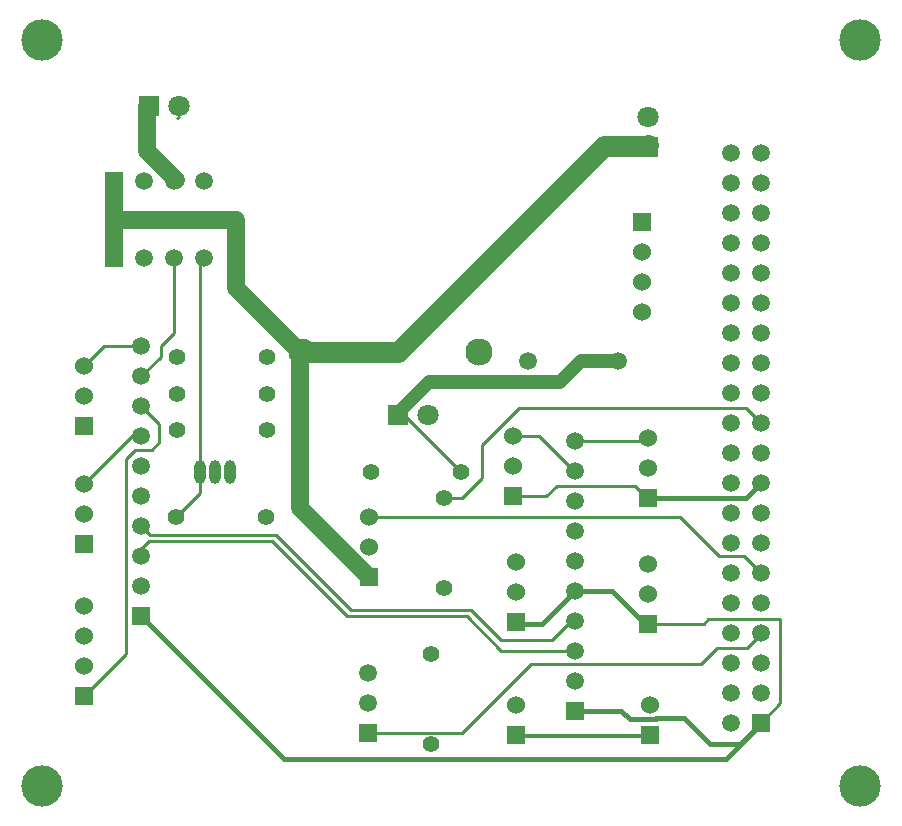
<source format=gbr>
%TF.GenerationSoftware,Altium Limited,Altium Designer,18.1.11 (251)*%
G04 Layer_Physical_Order=1*
G04 Layer_Color=255*
%FSLAX45Y45*%
%MOMM*%
%TF.FileFunction,Copper,L1,Top,Signal*%
%TF.Part,Single*%
G01*
G75*
%TA.AperFunction,Conductor*%
%ADD10C,0.25400*%
%ADD11C,0.40000*%
%ADD12C,1.50000*%
%ADD13C,1.80000*%
%ADD14C,1.20000*%
%ADD15C,0.35000*%
%TA.AperFunction,ComponentPad*%
%ADD16C,1.50000*%
%ADD17C,1.52400*%
%ADD18R,1.52400X1.52400*%
%ADD19R,1.80000X1.80000*%
%ADD20C,1.80000*%
%ADD21O,1.00000X2.00000*%
%ADD22O,1.00000X2.00000*%
%ADD23R,1.80000X1.80000*%
%ADD24C,1.40000*%
%ADD25R,1.50000X1.50000*%
%ADD26C,2.30000*%
%ADD27R,1.50000X1.50000*%
%TA.AperFunction,ViaPad*%
%ADD28C,3.50000*%
D10*
X1066800Y863600D02*
X1422400Y1219200D01*
Y2870200D01*
X1498600Y2946400D01*
X1638300D01*
X1701800Y3009900D01*
Y3162300D01*
X1549400Y3314700D01*
Y3060700D02*
X1473200D01*
X1066800Y2654300D01*
X1625600Y2222500D02*
X2692400D01*
X3327400Y1587500D01*
X4343400D01*
X4597400Y1333500D01*
X5029200D01*
X5181600Y1485900D01*
X5219700Y1244600D02*
X4597400D01*
X4305300Y1536700D01*
X3289300D01*
X2654300Y2171700D01*
X1612900D01*
X1549400Y2108200D01*
Y2044700D01*
X1625600Y2222500D02*
X1549400Y2298700D01*
X1841500Y2374900D02*
X2045906Y2579306D01*
Y2755900D01*
Y4535106D01*
X2082800Y4572000D01*
X1828800D02*
Y3936202D01*
X1714500Y3821902D01*
Y3733800D01*
X1549400Y3568700D01*
Y3822700D02*
X1231900D01*
X1066800Y3657600D01*
X1320800Y5194300D02*
X1346200Y5219700D01*
X1854200Y5753100D02*
X1866900Y5765800D01*
X3721100Y3238500D02*
X3772172D01*
X4254500Y2756172D01*
X4267200Y2540000D02*
X4432300Y2705100D01*
Y2984500D01*
X4749800Y3302000D01*
X6667500D01*
X6794500Y3175000D01*
X6108802Y2374798D02*
X6438900Y2044700D01*
X6654800D01*
X6794500Y1905000D01*
X6350000Y1511300D02*
X6959498D01*
X6959600Y1511198D01*
Y800100D01*
X6794500Y635000D01*
X6286500Y1130300D02*
X6426200Y1270000D01*
X6680200D01*
X6807200Y1397000D01*
X6350000Y1511300D02*
X6311798Y1473098D01*
X5816600D01*
X6286500Y1130300D02*
X4851400D01*
X4267200Y546100D01*
X3467100D01*
X4762551Y520649D02*
X4762602Y520700D01*
X4762551Y520649D02*
X4762602Y520598D01*
X4762500D02*
X4762551Y520649D01*
X6108802Y2374798D02*
X3479800D01*
X4114800Y2540000D02*
X4267200D01*
X4699000Y2552598D02*
X4978298D01*
X5067300Y2641600D01*
X5727700D01*
X5829300Y2540000D01*
X5778398Y3022498D02*
X5816600Y3060700D01*
X5778398Y3022498D02*
X5219700D01*
Y2755900D02*
X4915002Y3060598D01*
X4699000D01*
X5562600Y3695700D02*
X5588000D01*
D11*
X1549400Y1536700D02*
X2755900Y330200D01*
X6502400D01*
X6781800Y609600D01*
X6794500Y635000D02*
X6616700Y457200D01*
X6362700D01*
X6146800Y673100D01*
X5912368D01*
X5905068Y665800D01*
X5684200D01*
X5613502Y736498D01*
X5219700D01*
X5816600Y1473200D02*
X5537302Y1752498D01*
X5219700D01*
Y1752600D02*
X4940198Y1473098D01*
X4699000D01*
X5829300Y2540000D02*
X6667500D01*
X6794500Y2667000D01*
D12*
X2894899Y2451801D02*
Y3771900D01*
X2349500Y4317299D01*
Y4889500D01*
X1346200D01*
X1320800Y4572000D02*
Y5194300D01*
X1600200Y5473700D02*
X1841500Y5232400D01*
X1600200Y5473700D02*
Y5854700D01*
X2894899Y2451801D02*
X3467100Y1879600D01*
D13*
X3721100Y3771900D02*
X5467350Y5518150D01*
X5835650D01*
X5842000Y5524500D01*
X3721100Y3771900D02*
X2907599D01*
X2894899D01*
D14*
X3721100Y3238500D02*
Y3254624D01*
X3984376Y3517900D01*
X5092700D01*
X5270500Y3695700D01*
X5562600D01*
D15*
X4762602Y520598D02*
X5816600D01*
D16*
X1549400Y1790700D02*
D03*
Y2044700D02*
D03*
Y2298700D02*
D03*
Y2552700D02*
D03*
Y2806700D02*
D03*
Y3060700D02*
D03*
Y3314700D02*
D03*
Y3568700D02*
D03*
Y3822700D02*
D03*
X2082800Y4572000D02*
D03*
X1828800D02*
D03*
X1574800D02*
D03*
X2082800Y5219700D02*
D03*
X1828800D02*
D03*
X1574800D02*
D03*
X4826000Y3695700D02*
D03*
X5219700Y3022498D02*
D03*
Y2768498D02*
D03*
Y2514498D02*
D03*
Y2260498D02*
D03*
Y2006498D02*
D03*
Y1752498D02*
D03*
Y1498498D02*
D03*
Y1244498D02*
D03*
Y990498D02*
D03*
X6540500Y635000D02*
D03*
X6794500Y889000D02*
D03*
Y1143000D02*
D03*
Y1397000D02*
D03*
Y1651000D02*
D03*
Y1905000D02*
D03*
Y2159000D02*
D03*
Y2413000D02*
D03*
Y2667000D02*
D03*
Y2921000D02*
D03*
Y3175000D02*
D03*
Y3429000D02*
D03*
Y3683000D02*
D03*
Y3937000D02*
D03*
Y4191000D02*
D03*
Y4445000D02*
D03*
Y4699000D02*
D03*
Y4953000D02*
D03*
Y5207000D02*
D03*
Y5461000D02*
D03*
X6540500D02*
D03*
Y5207000D02*
D03*
Y4953000D02*
D03*
Y4699000D02*
D03*
Y4445000D02*
D03*
Y4191000D02*
D03*
Y3937000D02*
D03*
Y3683000D02*
D03*
Y3429000D02*
D03*
Y3175000D02*
D03*
Y2921000D02*
D03*
Y2667000D02*
D03*
Y2413000D02*
D03*
Y2159000D02*
D03*
Y1905000D02*
D03*
Y1651000D02*
D03*
Y1397000D02*
D03*
Y1143000D02*
D03*
Y889000D02*
D03*
X5588000Y3695700D02*
D03*
X3467100Y1054100D02*
D03*
Y800100D02*
D03*
D17*
X1066800Y1117600D02*
D03*
Y1371600D02*
D03*
Y1625600D02*
D03*
Y2400300D02*
D03*
Y2654300D02*
D03*
Y3403600D02*
D03*
Y3657600D02*
D03*
X3479800Y2120800D02*
D03*
Y2374800D02*
D03*
X4724400Y1739900D02*
D03*
Y1993900D02*
D03*
Y787400D02*
D03*
X5854700D02*
D03*
X5842000Y1727200D02*
D03*
Y1981200D02*
D03*
Y2794000D02*
D03*
Y3048000D02*
D03*
X5791200Y4114800D02*
D03*
Y4368800D02*
D03*
Y4622800D02*
D03*
X4699000Y3060598D02*
D03*
Y2806598D02*
D03*
D18*
X1066800Y863600D02*
D03*
Y2146300D02*
D03*
Y3149600D02*
D03*
X3479800Y1866800D02*
D03*
X4724400Y533400D02*
D03*
Y1485900D02*
D03*
X5854700Y533400D02*
D03*
X5842000Y1473200D02*
D03*
Y2540000D02*
D03*
X4699000Y2552598D02*
D03*
X5791200Y4876800D02*
D03*
D19*
X3721100Y3238500D02*
D03*
X1612900Y5854700D02*
D03*
D20*
X3975100Y3238500D02*
D03*
X5842000Y5765800D02*
D03*
X1866900Y5854700D02*
D03*
D21*
X2299906Y2755900D02*
D03*
X2045906D02*
D03*
D22*
X2172906Y2755900D02*
D03*
D23*
X5842000Y5511800D02*
D03*
D24*
X1841500Y2374900D02*
D03*
X2603500D02*
D03*
X3492500Y2756172D02*
D03*
X4114800Y1778000D02*
D03*
X4000500Y1219200D02*
D03*
Y457200D02*
D03*
X4114800Y2540000D02*
D03*
X4254500Y2756172D02*
D03*
X2616200Y3733800D02*
D03*
Y3416300D02*
D03*
Y3111500D02*
D03*
X1854200Y3733800D02*
D03*
Y3416300D02*
D03*
Y3111500D02*
D03*
D25*
X1549400Y1536700D02*
D03*
X3467100Y546100D02*
D03*
X5219700Y736498D02*
D03*
X6794500Y635000D02*
D03*
D26*
X2907599Y3771900D02*
D03*
X4407596D02*
D03*
D27*
X1320800Y4572000D02*
D03*
Y5219700D02*
D03*
D28*
X711200Y101600D02*
D03*
Y6413500D02*
D03*
X7632700Y101600D02*
D03*
Y6413500D02*
D03*
%TF.MD5,35bb9ac5aed68ca0b456097124bd70ed*%
M02*

</source>
